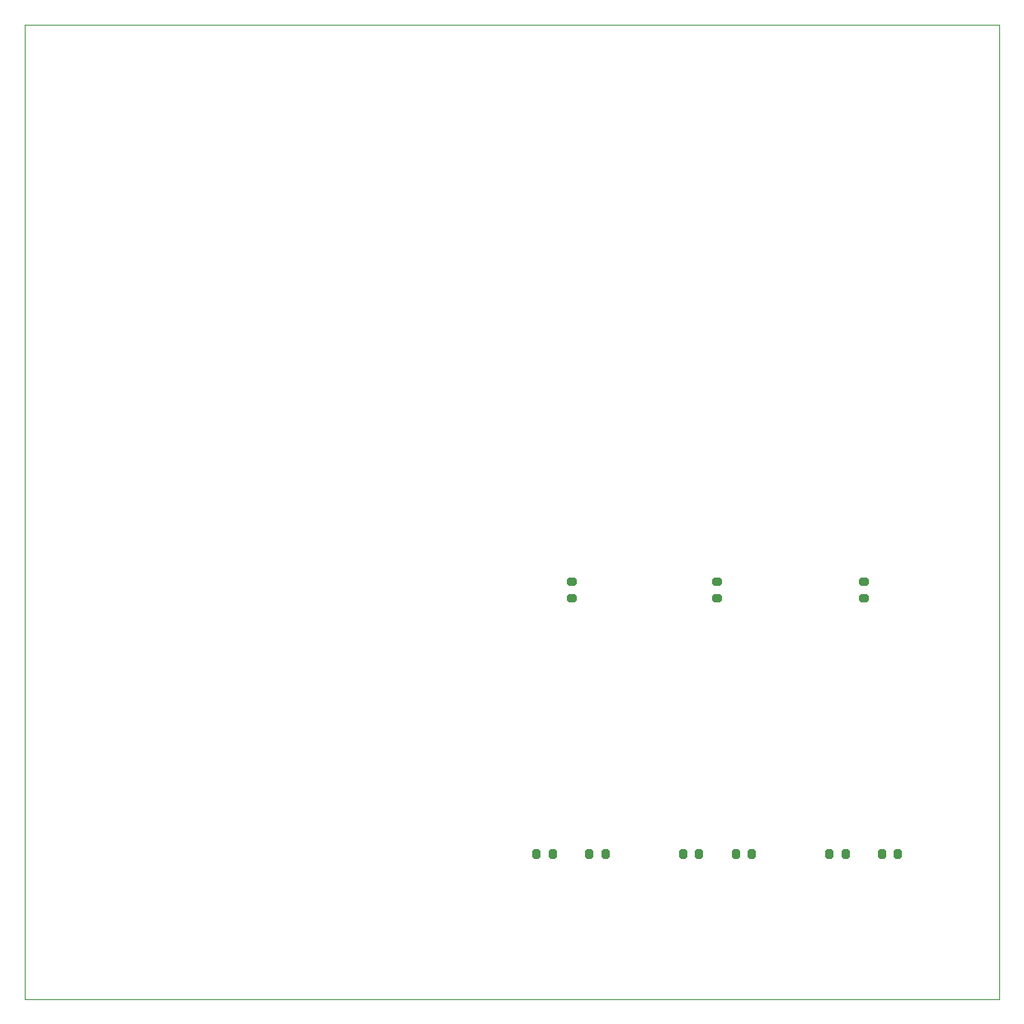
<source format=gbr>
%TF.GenerationSoftware,KiCad,Pcbnew,9.0.3*%
%TF.CreationDate,2026-01-27T12:42:13-08:00*%
%TF.ProjectId,White paper,57686974-6520-4706-9170-65722e6b6963,rev?*%
%TF.SameCoordinates,Original*%
%TF.FileFunction,Paste,Top*%
%TF.FilePolarity,Positive*%
%FSLAX46Y46*%
G04 Gerber Fmt 4.6, Leading zero omitted, Abs format (unit mm)*
G04 Created by KiCad (PCBNEW 9.0.3) date 2026-01-27 12:42:13*
%MOMM*%
%LPD*%
G01*
G04 APERTURE LIST*
G04 Aperture macros list*
%AMRoundRect*
0 Rectangle with rounded corners*
0 $1 Rounding radius*
0 $2 $3 $4 $5 $6 $7 $8 $9 X,Y pos of 4 corners*
0 Add a 4 corners polygon primitive as box body*
4,1,4,$2,$3,$4,$5,$6,$7,$8,$9,$2,$3,0*
0 Add four circle primitives for the rounded corners*
1,1,$1+$1,$2,$3*
1,1,$1+$1,$4,$5*
1,1,$1+$1,$6,$7*
1,1,$1+$1,$8,$9*
0 Add four rect primitives between the rounded corners*
20,1,$1+$1,$2,$3,$4,$5,0*
20,1,$1+$1,$4,$5,$6,$7,0*
20,1,$1+$1,$6,$7,$8,$9,0*
20,1,$1+$1,$8,$9,$2,$3,0*%
G04 Aperture macros list end*
%ADD10RoundRect,0.200000X0.200000X0.275000X-0.200000X0.275000X-0.200000X-0.275000X0.200000X-0.275000X0*%
%ADD11RoundRect,0.200000X0.275000X-0.200000X0.275000X0.200000X-0.275000X0.200000X-0.275000X-0.200000X0*%
%ADD12RoundRect,0.200000X-0.200000X-0.275000X0.200000X-0.275000X0.200000X0.275000X-0.200000X0.275000X0*%
%TA.AperFunction,Profile*%
%ADD13C,0.050000*%
%TD*%
G04 APERTURE END LIST*
D10*
%TO.C,R1*%
X104185000Y-135100000D03*
X102535000Y-135100000D03*
%TD*%
D11*
%TO.C,R2*%
X106120000Y-108825000D03*
X106120000Y-107175000D03*
%TD*%
D12*
%TO.C,R4*%
X137965000Y-135100000D03*
X139615000Y-135100000D03*
%TD*%
D11*
%TO.C,R5*%
X136090000Y-108825000D03*
X136090000Y-107175000D03*
%TD*%
D10*
%TO.C,R6*%
X134215000Y-135100000D03*
X132565000Y-135100000D03*
%TD*%
D12*
%TO.C,R3*%
X107935000Y-135100000D03*
X109585000Y-135100000D03*
%TD*%
D11*
%TO.C,R8*%
X121075000Y-108825000D03*
X121075000Y-107175000D03*
%TD*%
D12*
%TO.C,R9*%
X122955000Y-135100000D03*
X124605000Y-135100000D03*
%TD*%
D10*
%TO.C,R7*%
X119225000Y-135100000D03*
X117575000Y-135100000D03*
%TD*%
D13*
X50000000Y-50000000D02*
X150000000Y-50000000D01*
X150000000Y-150000000D01*
X50000000Y-150000000D01*
X50000000Y-50000000D01*
M02*

</source>
